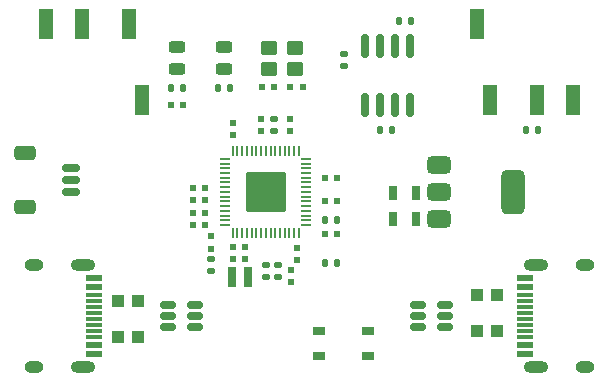
<source format=gbr>
%TF.GenerationSoftware,KiCad,Pcbnew,9.0.6*%
%TF.CreationDate,2025-12-29T19:08:17-05:00*%
%TF.ProjectId,rp2350-dual-usb,72703233-3530-42d6-9475-616c2d757362,rev?*%
%TF.SameCoordinates,Original*%
%TF.FileFunction,Soldermask,Top*%
%TF.FilePolarity,Negative*%
%FSLAX46Y46*%
G04 Gerber Fmt 4.6, Leading zero omitted, Abs format (unit mm)*
G04 Created by KiCad (PCBNEW 9.0.6) date 2025-12-29 19:08:17*
%MOMM*%
%LPD*%
G01*
G04 APERTURE LIST*
G04 Aperture macros list*
%AMRoundRect*
0 Rectangle with rounded corners*
0 $1 Rounding radius*
0 $2 $3 $4 $5 $6 $7 $8 $9 X,Y pos of 4 corners*
0 Add a 4 corners polygon primitive as box body*
4,1,4,$2,$3,$4,$5,$6,$7,$8,$9,$2,$3,0*
0 Add four circle primitives for the rounded corners*
1,1,$1+$1,$2,$3*
1,1,$1+$1,$4,$5*
1,1,$1+$1,$6,$7*
1,1,$1+$1,$8,$9*
0 Add four rect primitives between the rounded corners*
20,1,$1+$1,$2,$3,$4,$5,0*
20,1,$1+$1,$4,$5,$6,$7,0*
20,1,$1+$1,$6,$7,$8,$9,0*
20,1,$1+$1,$8,$9,$2,$3,0*%
%AMFreePoly0*
4,1,18,-0.437500,0.050000,-0.433694,0.069134,-0.422855,0.085355,-0.406634,0.096194,-0.387500,0.100000,0.387500,0.100000,0.437500,0.050000,0.437500,-0.050000,0.433694,-0.069134,0.422855,-0.085355,0.406634,-0.096194,0.387500,-0.100000,-0.387500,-0.100000,-0.406634,-0.096194,-0.422855,-0.085355,-0.433694,-0.069134,-0.437500,-0.050000,-0.437500,0.050000,-0.437500,0.050000,$1*%
%AMFreePoly1*
4,1,18,-0.437500,0.050000,-0.433694,0.069134,-0.422855,0.085355,-0.406634,0.096194,-0.387500,0.100000,0.387500,0.100000,0.406634,0.096194,0.422855,0.085355,0.433694,0.069134,0.437500,0.050000,0.437500,-0.050000,0.387500,-0.100000,-0.387500,-0.100000,-0.406634,-0.096194,-0.422855,-0.085355,-0.433694,-0.069134,-0.437500,-0.050000,-0.437500,0.050000,-0.437500,0.050000,$1*%
%AMFreePoly2*
4,1,18,-0.100000,0.387500,-0.050000,0.437500,0.050000,0.437500,0.069134,0.433694,0.085355,0.422855,0.096194,0.406634,0.100000,0.387500,0.100000,-0.387500,0.096194,-0.406634,0.085355,-0.422855,0.069134,-0.433694,0.050000,-0.437500,-0.050000,-0.437500,-0.069134,-0.433694,-0.085355,-0.422855,-0.096194,-0.406634,-0.100000,-0.387500,-0.100000,0.387500,-0.100000,0.387500,$1*%
%AMFreePoly3*
4,1,18,-0.100000,0.387500,-0.096194,0.406634,-0.085355,0.422855,-0.069134,0.433694,-0.050000,0.437500,0.050000,0.437500,0.100000,0.387500,0.100000,-0.387500,0.096194,-0.406634,0.085355,-0.422855,0.069134,-0.433694,0.050000,-0.437500,-0.050000,-0.437500,-0.069134,-0.433694,-0.085355,-0.422855,-0.096194,-0.406634,-0.100000,-0.387500,-0.100000,0.387500,-0.100000,0.387500,$1*%
%AMFreePoly4*
4,1,18,-0.437500,0.050000,-0.433694,0.069134,-0.422855,0.085355,-0.406634,0.096194,-0.387500,0.100000,0.387500,0.100000,0.406634,0.096194,0.422855,0.085355,0.433694,0.069134,0.437500,0.050000,0.437500,-0.050000,0.433694,-0.069134,0.422855,-0.085355,0.406634,-0.096194,0.387500,-0.100000,-0.387500,-0.100000,-0.437500,-0.050000,-0.437500,0.050000,-0.437500,0.050000,$1*%
%AMFreePoly5*
4,1,18,-0.437500,0.050000,-0.387500,0.100000,0.387500,0.100000,0.406634,0.096194,0.422855,0.085355,0.433694,0.069134,0.437500,0.050000,0.437500,-0.050000,0.433694,-0.069134,0.422855,-0.085355,0.406634,-0.096194,0.387500,-0.100000,-0.387500,-0.100000,-0.406634,-0.096194,-0.422855,-0.085355,-0.433694,-0.069134,-0.437500,-0.050000,-0.437500,0.050000,-0.437500,0.050000,$1*%
%AMFreePoly6*
4,1,18,-0.100000,0.387500,-0.096194,0.406634,-0.085355,0.422855,-0.069134,0.433694,-0.050000,0.437500,0.050000,0.437500,0.069134,0.433694,0.085355,0.422855,0.096194,0.406634,0.100000,0.387500,0.100000,-0.387500,0.050000,-0.437500,-0.050000,-0.437500,-0.069134,-0.433694,-0.085355,-0.422855,-0.096194,-0.406634,-0.100000,-0.387500,-0.100000,0.387500,-0.100000,0.387500,$1*%
%AMFreePoly7*
4,1,18,-0.100000,0.387500,-0.096194,0.406634,-0.085355,0.422855,-0.069134,0.433694,-0.050000,0.437500,0.050000,0.437500,0.069134,0.433694,0.085355,0.422855,0.096194,0.406634,0.100000,0.387500,0.100000,-0.387500,0.096194,-0.406634,0.085355,-0.422855,0.069134,-0.433694,0.050000,-0.437500,-0.050000,-0.437500,-0.100000,-0.387500,-0.100000,0.387500,-0.100000,0.387500,$1*%
G04 Aperture macros list end*
%ADD10R,1.450000X0.600000*%
%ADD11R,1.450000X0.300000*%
%ADD12O,2.100000X1.000000*%
%ADD13O,1.600000X1.000000*%
%ADD14RoundRect,0.135000X0.185000X-0.135000X0.185000X0.135000X-0.185000X0.135000X-0.185000X-0.135000X0*%
%ADD15RoundRect,0.250000X0.450000X0.350000X-0.450000X0.350000X-0.450000X-0.350000X0.450000X-0.350000X0*%
%ADD16R,1.000000X1.000000*%
%ADD17RoundRect,0.150000X-0.150000X0.825000X-0.150000X-0.825000X0.150000X-0.825000X0.150000X0.825000X0*%
%ADD18RoundRect,0.135000X-0.135000X-0.185000X0.135000X-0.185000X0.135000X0.185000X-0.135000X0.185000X0*%
%ADD19R,0.470000X0.530000*%
%ADD20R,0.700000X1.300000*%
%ADD21R,0.530000X0.470000*%
%ADD22FreePoly0,180.000000*%
%ADD23RoundRect,0.050000X0.387500X0.050000X-0.387500X0.050000X-0.387500X-0.050000X0.387500X-0.050000X0*%
%ADD24FreePoly1,180.000000*%
%ADD25FreePoly2,180.000000*%
%ADD26RoundRect,0.050000X0.050000X0.387500X-0.050000X0.387500X-0.050000X-0.387500X0.050000X-0.387500X0*%
%ADD27FreePoly3,180.000000*%
%ADD28FreePoly4,180.000000*%
%ADD29FreePoly5,180.000000*%
%ADD30FreePoly6,180.000000*%
%ADD31FreePoly7,180.000000*%
%ADD32RoundRect,0.153000X-1.547000X1.547000X-1.547000X-1.547000X1.547000X-1.547000X1.547000X1.547000X0*%
%ADD33RoundRect,0.135000X-0.185000X0.135000X-0.185000X-0.135000X0.185000X-0.135000X0.185000X0.135000X0*%
%ADD34RoundRect,0.243750X-0.456250X0.243750X-0.456250X-0.243750X0.456250X-0.243750X0.456250X0.243750X0*%
%ADD35RoundRect,0.375000X-0.625000X-0.375000X0.625000X-0.375000X0.625000X0.375000X-0.625000X0.375000X0*%
%ADD36RoundRect,0.500000X-0.500000X-1.400000X0.500000X-1.400000X0.500000X1.400000X-0.500000X1.400000X0*%
%ADD37R,0.700000X1.700000*%
%ADD38RoundRect,0.150000X0.512500X0.150000X-0.512500X0.150000X-0.512500X-0.150000X0.512500X-0.150000X0*%
%ADD39RoundRect,0.135000X0.135000X0.185000X-0.135000X0.185000X-0.135000X-0.185000X0.135000X-0.185000X0*%
%ADD40R,1.200000X2.500000*%
%ADD41R,1.050000X0.650000*%
%ADD42RoundRect,0.150000X-0.512500X-0.150000X0.512500X-0.150000X0.512500X0.150000X-0.512500X0.150000X0*%
%ADD43RoundRect,0.150000X-0.625000X0.150000X-0.625000X-0.150000X0.625000X-0.150000X0.625000X0.150000X0*%
%ADD44RoundRect,0.250000X-0.650000X0.350000X-0.650000X-0.350000X0.650000X-0.350000X0.650000X0.350000X0*%
G04 APERTURE END LIST*
D10*
%TO.C,J2*%
X107235000Y-123250000D03*
X107235000Y-124050000D03*
D11*
X107235000Y-125250000D03*
X107235000Y-126250000D03*
X107235000Y-126750000D03*
X107235000Y-127750000D03*
D10*
X107235000Y-128950000D03*
X107235000Y-129750000D03*
X107235000Y-129750000D03*
X107235000Y-128950000D03*
D11*
X107235000Y-128250000D03*
X107235000Y-127250000D03*
X107235000Y-125750000D03*
X107235000Y-124750000D03*
D10*
X107235000Y-124050000D03*
X107235000Y-123250000D03*
D12*
X106320000Y-122180000D03*
D13*
X102140000Y-122180000D03*
D12*
X106320000Y-130820000D03*
D13*
X102140000Y-130820000D03*
%TD*%
D14*
%TO.C,R1*%
X117125000Y-122675000D03*
X117125000Y-121655000D03*
%TD*%
D15*
%TO.C,Y1*%
X124300000Y-103850000D03*
X122100000Y-103850000D03*
X122100000Y-105550000D03*
X124300000Y-105550000D03*
%TD*%
D16*
%TO.C,R8*%
X109250000Y-128250000D03*
X110950000Y-128250000D03*
%TD*%
D17*
%TO.C,U5*%
X134005000Y-103650000D03*
X132735000Y-103650000D03*
X131465000Y-103650000D03*
X130195000Y-103650000D03*
X130195000Y-108600000D03*
X131465000Y-108600000D03*
X132735000Y-108600000D03*
X134005000Y-108600000D03*
%TD*%
D18*
%TO.C,R15*%
X131475000Y-110725000D03*
X132495000Y-110725000D03*
%TD*%
D19*
%TO.C,C14*%
X126835000Y-114800000D03*
X127865000Y-114800000D03*
%TD*%
D20*
%TO.C,C8*%
X134500000Y-116050000D03*
X132600000Y-116050000D03*
%TD*%
D19*
%TO.C,C1*%
X126835000Y-116800000D03*
X127865000Y-116800000D03*
%TD*%
D21*
%TO.C,C15*%
X119000000Y-111165000D03*
X119000000Y-110135000D03*
%TD*%
D10*
%TO.C,J3*%
X143765000Y-129750000D03*
X143765000Y-128950000D03*
D11*
X143765000Y-127750000D03*
X143765000Y-126750000D03*
X143765000Y-126250000D03*
X143765000Y-125250000D03*
D10*
X143765000Y-124050000D03*
X143765000Y-123250000D03*
X143765000Y-123250000D03*
X143765000Y-124050000D03*
D11*
X143765000Y-124750000D03*
X143765000Y-125750000D03*
X143765000Y-127250000D03*
X143765000Y-128250000D03*
D10*
X143765000Y-128950000D03*
X143765000Y-129750000D03*
D12*
X144680000Y-130820000D03*
D13*
X148860000Y-130820000D03*
D12*
X144680000Y-122180000D03*
D13*
X148860000Y-122180000D03*
%TD*%
D21*
%TO.C,C3*%
X121400000Y-110865000D03*
X121400000Y-109835000D03*
%TD*%
D19*
%TO.C,C4*%
X124915000Y-107150000D03*
X123885000Y-107150000D03*
%TD*%
%TO.C,C6*%
X116665000Y-116700000D03*
X115635000Y-116700000D03*
%TD*%
D22*
%TO.C,U2*%
X125237500Y-118800000D03*
D23*
X125237500Y-118400000D03*
X125237500Y-118000000D03*
X125237500Y-117600000D03*
X125237500Y-117200000D03*
X125237500Y-116800000D03*
X125237500Y-116400000D03*
X125237500Y-116000000D03*
X125237500Y-115600000D03*
X125237500Y-115200000D03*
X125237500Y-114800000D03*
X125237500Y-114400000D03*
X125237500Y-114000000D03*
X125237500Y-113600000D03*
D24*
X125237500Y-113200000D03*
D25*
X124600000Y-112562500D03*
D26*
X124200000Y-112562500D03*
X123800000Y-112562500D03*
X123400000Y-112562500D03*
X123000000Y-112562500D03*
X122600000Y-112562500D03*
X122200000Y-112562500D03*
X121800000Y-112562500D03*
X121400000Y-112562500D03*
X121000000Y-112562500D03*
X120600000Y-112562500D03*
X120200000Y-112562500D03*
X119800000Y-112562500D03*
X119400000Y-112562500D03*
D27*
X119000000Y-112562500D03*
D28*
X118362500Y-113200000D03*
D23*
X118362500Y-113600000D03*
X118362500Y-114000000D03*
X118362500Y-114400000D03*
X118362500Y-114800000D03*
X118362500Y-115200000D03*
X118362500Y-115600000D03*
X118362500Y-116000000D03*
X118362500Y-116400000D03*
X118362500Y-116800000D03*
X118362500Y-117200000D03*
X118362500Y-117600000D03*
X118362500Y-118000000D03*
X118362500Y-118400000D03*
D29*
X118362500Y-118800000D03*
D30*
X119000000Y-119437500D03*
D26*
X119400000Y-119437500D03*
X119800000Y-119437500D03*
X120200000Y-119437500D03*
X120600000Y-119437500D03*
X121000000Y-119437500D03*
X121400000Y-119437500D03*
X121800000Y-119437500D03*
X122200000Y-119437500D03*
X122600000Y-119437500D03*
X123000000Y-119437500D03*
X123400000Y-119437500D03*
X123800000Y-119437500D03*
X124200000Y-119437500D03*
D31*
X124600000Y-119437500D03*
D32*
X121800000Y-116000000D03*
%TD*%
D33*
%TO.C,R3*%
X121800000Y-122190000D03*
X121800000Y-123210000D03*
%TD*%
D14*
%TO.C,R16*%
X122500000Y-110860000D03*
X122500000Y-109840000D03*
%TD*%
D21*
%TO.C,C10*%
X117125000Y-120795000D03*
X117125000Y-119765000D03*
%TD*%
D19*
%TO.C,C12*%
X126835000Y-119600000D03*
X127865000Y-119600000D03*
%TD*%
D34*
%TO.C,D1*%
X114286399Y-103712500D03*
X114286399Y-105587500D03*
%TD*%
D16*
%TO.C,R10*%
X141350000Y-124750000D03*
X139650000Y-124750000D03*
%TD*%
D35*
%TO.C,U1*%
X136450000Y-113700000D03*
X136450000Y-116000000D03*
D36*
X142750000Y-116000000D03*
D35*
X136450000Y-118300000D03*
%TD*%
D33*
%TO.C,R4*%
X122850000Y-122190000D03*
X122850000Y-123210000D03*
%TD*%
D19*
%TO.C,C20*%
X113735000Y-108600000D03*
X114765000Y-108600000D03*
%TD*%
%TO.C,C9*%
X120065000Y-121675000D03*
X119035000Y-121675000D03*
%TD*%
D37*
%TO.C,L1*%
X120325000Y-123225000D03*
X118925000Y-123225000D03*
%TD*%
D19*
%TO.C,C13*%
X116665000Y-115650000D03*
X115635000Y-115650000D03*
%TD*%
D38*
%TO.C,U3*%
X115787500Y-127453750D03*
X115787500Y-126503750D03*
X115787500Y-125553750D03*
X113512500Y-125553750D03*
X113512500Y-126503750D03*
X113512500Y-127453750D03*
%TD*%
D21*
%TO.C,C11*%
X123900000Y-122585000D03*
X123900000Y-123615000D03*
%TD*%
%TO.C,C17*%
X123850000Y-110865000D03*
X123850000Y-109835000D03*
%TD*%
D18*
%TO.C,R13*%
X133090000Y-101500000D03*
X134110000Y-101500000D03*
%TD*%
D39*
%TO.C,R2*%
X127860000Y-122050000D03*
X126840000Y-122050000D03*
%TD*%
%TO.C,R11*%
X144810000Y-110750000D03*
X143790000Y-110750000D03*
%TD*%
D18*
%TO.C,R12*%
X126840000Y-118400000D03*
X127860000Y-118400000D03*
%TD*%
D19*
%TO.C,C5*%
X121485000Y-107150000D03*
X122515000Y-107150000D03*
%TD*%
D14*
%TO.C,R14*%
X128400000Y-105370000D03*
X128400000Y-104350000D03*
%TD*%
D40*
%TO.C,J5*%
X139700000Y-101750000D03*
X144800000Y-108250000D03*
X147800000Y-108250000D03*
X140800000Y-108250000D03*
%TD*%
D39*
%TO.C,R6*%
X118810000Y-107187500D03*
X117790000Y-107187500D03*
%TD*%
D20*
%TO.C,C2*%
X134500000Y-118300000D03*
X132600000Y-118300000D03*
%TD*%
D19*
%TO.C,C16*%
X116665000Y-118800000D03*
X115635000Y-118800000D03*
%TD*%
%TO.C,C18*%
X116665000Y-117750000D03*
X115635000Y-117750000D03*
%TD*%
%TO.C,C7*%
X120065000Y-120700000D03*
X119035000Y-120700000D03*
%TD*%
D16*
%TO.C,R7*%
X109250000Y-125250000D03*
X110950000Y-125250000D03*
%TD*%
D41*
%TO.C,SW1*%
X130425000Y-129925000D03*
X126275000Y-129925000D03*
X130425000Y-127775000D03*
X126300000Y-127775000D03*
%TD*%
D40*
%TO.C,J4*%
X111300000Y-108250000D03*
X106200000Y-101750000D03*
X103200000Y-101750000D03*
X110200000Y-101750000D03*
%TD*%
D42*
%TO.C,U4*%
X134687500Y-125553750D03*
X134687500Y-126503750D03*
X134687500Y-127453750D03*
X136962500Y-127453750D03*
X136962500Y-126503750D03*
X136962500Y-125553750D03*
%TD*%
D18*
%TO.C,R5*%
X113775000Y-107200000D03*
X114795000Y-107200000D03*
%TD*%
D21*
%TO.C,C19*%
X124451000Y-120710000D03*
X124451000Y-121740000D03*
%TD*%
D34*
%TO.C,D2*%
X118250000Y-103712500D03*
X118250000Y-105587500D03*
%TD*%
D16*
%TO.C,R9*%
X141350000Y-127750000D03*
X139650000Y-127750000D03*
%TD*%
D43*
%TO.C,J1*%
X105300000Y-114000000D03*
X105300000Y-115000000D03*
X105300000Y-116000000D03*
D44*
X101425000Y-112700000D03*
X101425000Y-117300000D03*
%TD*%
M02*

</source>
